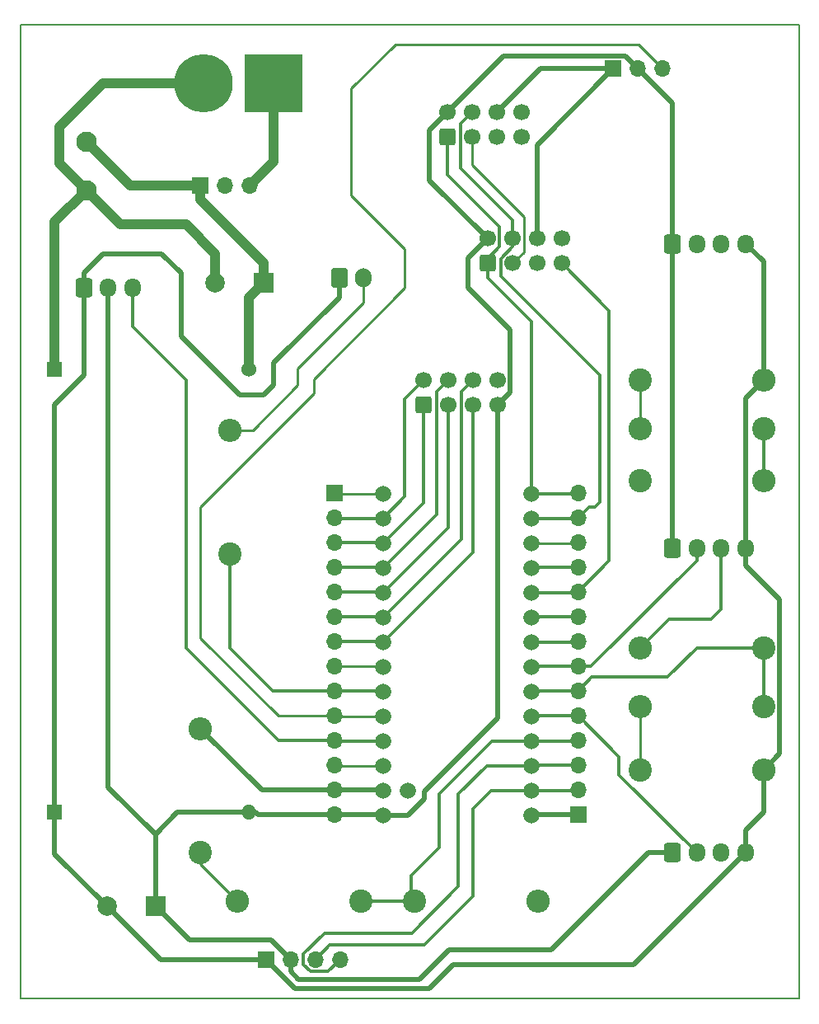
<source format=gbr>
%TF.GenerationSoftware,KiCad,Pcbnew,8.0.1*%
%TF.CreationDate,2024-04-25T00:57:37+03:00*%
%TF.ProjectId,Modul_LCD,4d6f6475-6c5f-44c4-9344-2e6b69636164,rev?*%
%TF.SameCoordinates,Original*%
%TF.FileFunction,Copper,L1,Top*%
%TF.FilePolarity,Positive*%
%FSLAX46Y46*%
G04 Gerber Fmt 4.6, Leading zero omitted, Abs format (unit mm)*
G04 Created by KiCad (PCBNEW 8.0.1) date 2024-04-25 00:57:37*
%MOMM*%
%LPD*%
G01*
G04 APERTURE LIST*
G04 Aperture macros list*
%AMRoundRect*
0 Rectangle with rounded corners*
0 $1 Rounding radius*
0 $2 $3 $4 $5 $6 $7 $8 $9 X,Y pos of 4 corners*
0 Add a 4 corners polygon primitive as box body*
4,1,4,$2,$3,$4,$5,$6,$7,$8,$9,$2,$3,0*
0 Add four circle primitives for the rounded corners*
1,1,$1+$1,$2,$3*
1,1,$1+$1,$4,$5*
1,1,$1+$1,$6,$7*
1,1,$1+$1,$8,$9*
0 Add four rect primitives between the rounded corners*
20,1,$1+$1,$2,$3,$4,$5,0*
20,1,$1+$1,$4,$5,$6,$7,0*
20,1,$1+$1,$6,$7,$8,$9,0*
20,1,$1+$1,$8,$9,$2,$3,0*%
G04 Aperture macros list end*
%TA.AperFunction,Conductor*%
%ADD10C,0.200000*%
%TD*%
%TA.AperFunction,ComponentPad*%
%ADD11RoundRect,0.250000X0.600000X-0.600000X0.600000X0.600000X-0.600000X0.600000X-0.600000X-0.600000X0*%
%TD*%
%TA.AperFunction,ComponentPad*%
%ADD12C,1.700000*%
%TD*%
%TA.AperFunction,ComponentPad*%
%ADD13C,2.400000*%
%TD*%
%TA.AperFunction,ComponentPad*%
%ADD14O,2.400000X2.400000*%
%TD*%
%TA.AperFunction,ComponentPad*%
%ADD15R,1.700000X1.700000*%
%TD*%
%TA.AperFunction,ComponentPad*%
%ADD16O,1.700000X1.700000*%
%TD*%
%TA.AperFunction,ComponentPad*%
%ADD17C,6.000000*%
%TD*%
%TA.AperFunction,ComponentPad*%
%ADD18R,6.000000X6.000000*%
%TD*%
%TA.AperFunction,ComponentPad*%
%ADD19C,2.100000*%
%TD*%
%TA.AperFunction,ComponentPad*%
%ADD20RoundRect,0.250000X-0.600000X-0.725000X0.600000X-0.725000X0.600000X0.725000X-0.600000X0.725000X0*%
%TD*%
%TA.AperFunction,ComponentPad*%
%ADD21O,1.700000X1.950000*%
%TD*%
%TA.AperFunction,ComponentPad*%
%ADD22R,2.000000X2.000000*%
%TD*%
%TA.AperFunction,ComponentPad*%
%ADD23C,2.000000*%
%TD*%
%TA.AperFunction,ComponentPad*%
%ADD24C,1.665000*%
%TD*%
%TA.AperFunction,ComponentPad*%
%ADD25RoundRect,0.250000X-0.600000X-0.750000X0.600000X-0.750000X0.600000X0.750000X-0.600000X0.750000X0*%
%TD*%
%TA.AperFunction,ComponentPad*%
%ADD26O,1.700000X2.000000*%
%TD*%
%TA.AperFunction,ComponentPad*%
%ADD27R,1.524000X1.524000*%
%TD*%
%TA.AperFunction,ComponentPad*%
%ADD28O,1.524000X1.524000*%
%TD*%
%TA.AperFunction,ComponentPad*%
%ADD29C,1.524000*%
%TD*%
%TA.AperFunction,Conductor*%
%ADD30C,0.300000*%
%TD*%
%TA.AperFunction,Conductor*%
%ADD31C,0.250000*%
%TD*%
%TA.AperFunction,Conductor*%
%ADD32C,1.000000*%
%TD*%
%TA.AperFunction,Conductor*%
%ADD33C,0.500000*%
%TD*%
G04 APERTURE END LIST*
%TO.N,GND*%
D10*
X20000000Y-20000000D02*
X100000000Y-20000000D01*
X100000000Y-120000000D01*
X20000000Y-120000000D01*
X20000000Y-20000000D01*
%TD*%
D11*
%TO.P,J10,1,Pin_1*%
%TO.N,LEFT*%
X61420000Y-59040000D03*
D12*
%TO.P,J10,2,Pin_2*%
%TO.N,RIGHT*%
X61420000Y-56500000D03*
%TO.P,J10,3,Pin_3*%
%TO.N,INCREMENT*%
X63960000Y-59040000D03*
%TO.P,J10,4,Pin_4*%
%TO.N,DECREMENT*%
X63960000Y-56500000D03*
%TO.P,J10,5,Pin_5*%
%TO.N,SCL*%
X66500000Y-59040000D03*
%TO.P,J10,6,Pin_6*%
%TO.N,SDA*%
X66500000Y-56500000D03*
%TO.P,J10,7,Pin_7*%
%TO.N,+5V*%
X69040000Y-59040000D03*
%TO.P,J10,8,Pin_8*%
%TO.N,GND*%
X69040000Y-56500000D03*
%TD*%
D13*
%TO.P,R6,1*%
%TO.N,ECHO2*%
X96350000Y-84000000D03*
D14*
%TO.P,R6,2*%
X83650000Y-84000000D03*
%TD*%
D15*
%TO.P,J15,1,Pin_1*%
%TO.N,GND*%
X77300000Y-101120000D03*
D16*
%TO.P,J15,2,Pin_2*%
%TO.N,RX*%
X77300000Y-98580000D03*
%TO.P,J15,3,Pin_3*%
%TO.N,TX*%
X77300000Y-96040000D03*
%TO.P,J15,4,Pin_4*%
%TO.N,ECHO1*%
X77300000Y-93500000D03*
%TO.P,J15,5,Pin_5*%
%TO.N,TRIG1*%
X77300000Y-90960000D03*
%TO.P,J15,6,Pin_6*%
%TO.N,ECHO2*%
X77300000Y-88420000D03*
%TO.P,J15,7,Pin_7*%
%TO.N,TRIG2*%
X77300000Y-85880000D03*
%TO.P,J15,8,Pin_8*%
%TO.N,ECHO3*%
X77300000Y-83340000D03*
%TO.P,J15,9,Pin_9*%
%TO.N,TRIG3*%
X77300000Y-80800000D03*
%TO.P,J15,10,Pin_10*%
%TO.N,SPI_SS1*%
X77300000Y-78260000D03*
%TO.P,J15,11,Pin_11*%
%TO.N,SPI_SS2*%
X77300000Y-75720000D03*
%TO.P,J15,12,Pin_12*%
%TO.N,Net-(IC1-10)*%
X77300000Y-73180000D03*
%TO.P,J15,13,Pin_13*%
%TO.N,SPI_MOSI*%
X77300000Y-70640000D03*
%TO.P,J15,14,Pin_14*%
%TO.N,SPI_MISO*%
X77300000Y-68100000D03*
%TD*%
D15*
%TO.P,J16,1,Pin_1*%
%TO.N,SPI_SCK*%
X52300000Y-68120000D03*
D16*
%TO.P,J16,2,Pin_2*%
%TO.N,RIGHT*%
X52300000Y-70660000D03*
%TO.P,J16,3,Pin_3*%
%TO.N,LEFT*%
X52300000Y-73200000D03*
%TO.P,J16,4,Pin_4*%
%TO.N,DECREMENT*%
X52300000Y-75740000D03*
%TO.P,J16,5,Pin_5*%
%TO.N,INCREMENT*%
X52300000Y-78280000D03*
%TO.P,J16,6,Pin_6*%
%TO.N,SDA*%
X52300000Y-80820000D03*
%TO.P,J16,7,Pin_7*%
%TO.N,SCL*%
X52300000Y-83360000D03*
%TO.P,J16,8,Pin_8*%
%TO.N,Net-(IC1-20)*%
X52300000Y-85900000D03*
%TO.P,J16,9,Pin_9*%
%TO.N,LED*%
X52300000Y-88440000D03*
%TO.P,J16,10,Pin_10*%
%TO.N,SIG_SERVO*%
X52300000Y-90980000D03*
%TO.P,J16,11,Pin_11*%
%TO.N,SIG_ESC*%
X52300000Y-93520000D03*
%TO.P,J16,12,Pin_12*%
%TO.N,Net-(IC1-3.3V(250_MA_MAX))*%
X52300000Y-96060000D03*
%TO.P,J16,13,Pin_13*%
%TO.N,GND*%
X52300000Y-98600000D03*
%TO.P,J16,14,Pin_14*%
%TO.N,+5V*%
X52300000Y-101140000D03*
%TD*%
D13*
%TO.P,R9,1*%
%TO.N,ECHO3*%
X83650000Y-66800000D03*
D14*
%TO.P,R9,2*%
X96350000Y-66800000D03*
%TD*%
D17*
%TO.P,J14,N,NEG*%
%TO.N,-BAT*%
X38800000Y-26000000D03*
D18*
%TO.P,J14,P,POS*%
%TO.N,+BAT*%
X46000000Y-26000000D03*
%TD*%
D11*
%TO.P,J2,1,Pin_1*%
%TO.N,SPI_MISO*%
X63880000Y-31500000D03*
D12*
%TO.P,J2,2,Pin_2*%
%TO.N,+5V*%
X63880000Y-28960000D03*
%TO.P,J2,3,Pin_3*%
%TO.N,SPI_SCK*%
X66420000Y-31500000D03*
%TO.P,J2,4,Pin_4*%
%TO.N,SPI_MOSI*%
X66420000Y-28960000D03*
%TO.P,J2,5,Pin_5*%
%TO.N,unconnected-(J2-Pin_5-Pad5)*%
X68960000Y-31500000D03*
%TO.P,J2,6,Pin_6*%
%TO.N,GND*%
X68960000Y-28960000D03*
%TO.P,J2,7,Pin_7*%
%TO.N,SPI_SS2*%
X71500000Y-31500000D03*
%TO.P,J2,8,Pin_8*%
%TO.N,unconnected-(J2-Pin_8-Pad8)*%
X71500000Y-28960000D03*
%TD*%
D19*
%TO.P,J12,1,1*%
%TO.N,+BAT*%
X26750000Y-32000000D03*
%TO.P,J12,2,2*%
%TO.N,-BAT*%
X26750000Y-37000000D03*
%TD*%
D20*
%TO.P,J6,1,Pin_1*%
%TO.N,+5V*%
X87000000Y-42475000D03*
D21*
%TO.P,J6,2,Pin_2*%
%TO.N,TRIG3*%
X89500000Y-42475000D03*
%TO.P,J6,3,Pin_3*%
%TO.N,ECHO3*%
X92000000Y-42475000D03*
%TO.P,J6,4,Pin_4*%
%TO.N,GND*%
X94500000Y-42475000D03*
%TD*%
D22*
%TO.P,C1,1*%
%TO.N,+BAT*%
X45000000Y-46500000D03*
D23*
%TO.P,C1,2*%
%TO.N,-BAT*%
X40000000Y-46500000D03*
%TD*%
D24*
%TO.P,IC1,1,GND_1*%
%TO.N,GND*%
X72500000Y-101160000D03*
%TO.P,IC1,2,0*%
%TO.N,RX*%
X72500000Y-98620000D03*
%TO.P,IC1,3,1*%
%TO.N,TX*%
X72500000Y-96080000D03*
%TO.P,IC1,4,2*%
%TO.N,ECHO1*%
X72500000Y-93540000D03*
%TO.P,IC1,5,3*%
%TO.N,TRIG1*%
X72500000Y-91000000D03*
%TO.P,IC1,6,4*%
%TO.N,ECHO2*%
X72500000Y-88460000D03*
%TO.P,IC1,7,5*%
%TO.N,TRIG2*%
X72500000Y-85920000D03*
%TO.P,IC1,8,6*%
%TO.N,ECHO3*%
X72500000Y-83380000D03*
%TO.P,IC1,9,7*%
%TO.N,TRIG3*%
X72500000Y-80840000D03*
%TO.P,IC1,10,8*%
%TO.N,SPI_SS1*%
X72500000Y-78300000D03*
%TO.P,IC1,11,9*%
%TO.N,SPI_SS2*%
X72500000Y-75760000D03*
%TO.P,IC1,12,10*%
%TO.N,Net-(IC1-10)*%
X72500000Y-73220000D03*
%TO.P,IC1,13,11*%
%TO.N,SPI_MOSI*%
X72500000Y-70680000D03*
%TO.P,IC1,14,12*%
%TO.N,SPI_MISO*%
X72500000Y-68140000D03*
%TO.P,IC1,20,13*%
%TO.N,SPI_SCK*%
X57260000Y-68140000D03*
%TO.P,IC1,21,14*%
%TO.N,RIGHT*%
X57260000Y-70680000D03*
%TO.P,IC1,22,15*%
%TO.N,LEFT*%
X57260000Y-73220000D03*
%TO.P,IC1,23,16*%
%TO.N,DECREMENT*%
X57260000Y-75760000D03*
%TO.P,IC1,24,17*%
%TO.N,INCREMENT*%
X57260000Y-78300000D03*
%TO.P,IC1,25,18*%
%TO.N,SDA*%
X57260000Y-80840000D03*
%TO.P,IC1,26,19*%
%TO.N,SCL*%
X57260000Y-83380000D03*
%TO.P,IC1,27,20*%
%TO.N,Net-(IC1-20)*%
X57260000Y-85920000D03*
%TO.P,IC1,28,21*%
%TO.N,LED*%
X57260000Y-88460000D03*
%TO.P,IC1,29,22*%
%TO.N,SIG_SERVO*%
X57260000Y-91000000D03*
%TO.P,IC1,30,23*%
%TO.N,SIG_ESC*%
X57260000Y-93540000D03*
%TO.P,IC1,31,3.3V(250_MA_MAX)*%
%TO.N,Net-(IC1-3.3V(250_MA_MAX))*%
X57260000Y-96080000D03*
%TO.P,IC1,32,GND_3*%
%TO.N,GND*%
X57260000Y-98620000D03*
%TO.P,IC1,33,VIN_(3.6_TO_5.5_VOLTS)*%
%TO.N,+5V*%
X57260000Y-101160000D03*
%TO.P,IC1,34,GND_4*%
%TO.N,unconnected-(IC1-GND_4-Pad34)*%
X59800000Y-98620000D03*
%TD*%
D15*
%TO.P,J13,1,Pin_1*%
%TO.N,+BAT*%
X38460000Y-36500000D03*
D16*
%TO.P,J13,2,Pin_2*%
%TO.N,unconnected-(J13-Pin_2-Pad2)*%
X41000000Y-36500000D03*
%TO.P,J13,3,Pin_3*%
%TO.N,+BAT*%
X43540000Y-36500000D03*
%TD*%
D13*
%TO.P,R8,1*%
%TO.N,ECHO3*%
X96350000Y-61500000D03*
D14*
%TO.P,R8,2*%
%TO.N,Net-(R7-Pad1)*%
X83650000Y-61500000D03*
%TD*%
D13*
%TO.P,R5,1*%
%TO.N,ECHO2*%
X96350000Y-90000000D03*
D14*
%TO.P,R5,2*%
%TO.N,Net-(R4-Pad1)*%
X83650000Y-90000000D03*
%TD*%
D25*
%TO.P,D1,1,K*%
%TO.N,GND*%
X52750000Y-45975000D03*
D26*
%TO.P,D1,2,A*%
%TO.N,Net-(D1-A)*%
X55250000Y-45975000D03*
%TD*%
D20*
%TO.P,J4,1,Pin_1*%
%TO.N,+5V*%
X87000000Y-105000000D03*
D21*
%TO.P,J4,2,Pin_2*%
%TO.N,TRIG1*%
X89500000Y-105000000D03*
%TO.P,J4,3,Pin_3*%
%TO.N,ECHO1*%
X92000000Y-105000000D03*
%TO.P,J4,4,Pin_4*%
%TO.N,GND*%
X94500000Y-105000000D03*
%TD*%
D13*
%TO.P,R7,1*%
%TO.N,Net-(R7-Pad1)*%
X83650000Y-56500000D03*
D14*
%TO.P,R7,2*%
%TO.N,GND*%
X96350000Y-56500000D03*
%TD*%
D27*
%TO.P,U1,4,OUT-*%
%TO.N,GND*%
X23500000Y-100881000D03*
D28*
%TO.P,U1,3,OUT+*%
%TO.N,+5V*%
X43500000Y-100881000D03*
D27*
%TO.P,U1,2,IN-*%
%TO.N,-BAT*%
X23500000Y-55381000D03*
D29*
%TO.P,U1,1,IN+*%
%TO.N,+BAT*%
X43500000Y-55381000D03*
%TD*%
D13*
%TO.P,R2,1*%
%TO.N,ECHO1*%
X55000000Y-110000000D03*
D14*
%TO.P,R2,2*%
%TO.N,Net-(R1-Pad1)*%
X42300000Y-110000000D03*
%TD*%
D13*
%TO.P,R1,1*%
%TO.N,Net-(R1-Pad1)*%
X38500000Y-105000000D03*
D14*
%TO.P,R1,2*%
%TO.N,GND*%
X38500000Y-92300000D03*
%TD*%
D15*
%TO.P,J9,1,Pin_1*%
%TO.N,GND*%
X45200000Y-116000000D03*
D16*
%TO.P,J9,2,Pin_2*%
%TO.N,+5V*%
X47740000Y-116000000D03*
%TO.P,J9,3,Pin_3*%
%TO.N,RX*%
X50280000Y-116000000D03*
%TO.P,J9,4,Pin_4*%
%TO.N,TX*%
X52820000Y-116000000D03*
%TD*%
D14*
%TO.P,R3,2*%
%TO.N,ECHO1*%
X73200000Y-110000000D03*
D13*
%TO.P,R3,1*%
X60500000Y-110000000D03*
%TD*%
D20*
%TO.P,J5,1,Pin_1*%
%TO.N,+5V*%
X87000000Y-73737500D03*
D21*
%TO.P,J5,2,Pin_2*%
%TO.N,TRIG2*%
X89500000Y-73737500D03*
%TO.P,J5,3,Pin_3*%
%TO.N,ECHO2*%
X92000000Y-73737500D03*
%TO.P,J5,4,Pin_4*%
%TO.N,GND*%
X94500000Y-73737500D03*
%TD*%
D22*
%TO.P,C2,1*%
%TO.N,+5V*%
X33867677Y-110500000D03*
D23*
%TO.P,C2,2*%
%TO.N,GND*%
X28867677Y-110500000D03*
%TD*%
D15*
%TO.P,J7,1,Pin_1*%
%TO.N,GND*%
X80920000Y-24500000D03*
D16*
%TO.P,J7,2,Pin_2*%
%TO.N,+5V*%
X83460000Y-24500000D03*
%TO.P,J7,3,Pin_3*%
%TO.N,SIG_SERVO*%
X86000000Y-24500000D03*
%TD*%
D20*
%TO.P,J8,1,Pin_1*%
%TO.N,GND*%
X26500000Y-46975000D03*
D21*
%TO.P,J8,2,Pin_2*%
%TO.N,+5V*%
X29000000Y-46975000D03*
%TO.P,J8,3,Pin_3*%
%TO.N,SIG_ESC*%
X31500000Y-46975000D03*
%TD*%
D11*
%TO.P,J1,1,Pin_1*%
%TO.N,SPI_MISO*%
X68000000Y-44500000D03*
D12*
%TO.P,J1,2,Pin_2*%
%TO.N,+5V*%
X68000000Y-41960000D03*
%TO.P,J1,3,Pin_3*%
%TO.N,SPI_SCK*%
X70540000Y-44500000D03*
%TO.P,J1,4,Pin_4*%
%TO.N,SPI_MOSI*%
X70540000Y-41960000D03*
%TO.P,J1,5,Pin_5*%
%TO.N,unconnected-(J1-Pin_5-Pad5)*%
X73080000Y-44500000D03*
%TO.P,J1,6,Pin_6*%
%TO.N,GND*%
X73080000Y-41960000D03*
%TO.P,J1,7,Pin_7*%
%TO.N,SPI_SS1*%
X75620000Y-44500000D03*
%TO.P,J1,8,Pin_8*%
%TO.N,unconnected-(J1-Pin_8-Pad8)*%
X75620000Y-41960000D03*
%TD*%
D13*
%TO.P,R10,1*%
%TO.N,LED*%
X41500000Y-74350000D03*
D14*
%TO.P,R10,2*%
%TO.N,Net-(D1-A)*%
X41500000Y-61650000D03*
%TD*%
D13*
%TO.P,R4,1*%
%TO.N,Net-(R4-Pad1)*%
X83650000Y-96500000D03*
D14*
%TO.P,R4,2*%
%TO.N,GND*%
X96350000Y-96500000D03*
%TD*%
D30*
%TO.N,TRIG1*%
X81500000Y-95160000D02*
X77300000Y-90960000D01*
X89500000Y-105000000D02*
X81500000Y-97000000D01*
X81500000Y-97000000D02*
X81500000Y-95160000D01*
D31*
%TO.N,SIG_SERVO*%
X46480000Y-90980000D02*
X52300000Y-90980000D01*
X38500000Y-83000000D02*
X46480000Y-90980000D01*
X38500000Y-69500000D02*
X38500000Y-83000000D01*
X50125000Y-57875000D02*
X38500000Y-69500000D01*
X50125000Y-56375000D02*
X50125000Y-57875000D01*
X54000000Y-37500000D02*
X59500000Y-43000000D01*
X59500000Y-47000000D02*
X50125000Y-56375000D01*
X59500000Y-43000000D02*
X59500000Y-47000000D01*
X54000000Y-26500000D02*
X54000000Y-37500000D01*
X58500000Y-22000000D02*
X54000000Y-26500000D01*
X83500000Y-22000000D02*
X58500000Y-22000000D01*
X86000000Y-24500000D02*
X83500000Y-22000000D01*
D30*
%TO.N,SPI_MISO*%
X63880000Y-35380000D02*
X63880000Y-31500000D01*
X69200000Y-40700000D02*
X63880000Y-35380000D01*
X69200000Y-42800000D02*
X69200000Y-40700000D01*
X68000000Y-44000000D02*
X69200000Y-42800000D01*
X68000000Y-44500000D02*
X68000000Y-44000000D01*
%TO.N,ECHO1*%
X60150000Y-107350000D02*
X63000000Y-104500000D01*
X63000000Y-99000000D02*
X68460000Y-93540000D01*
X63000000Y-104500000D02*
X63000000Y-99000000D01*
X68460000Y-93540000D02*
X72500000Y-93540000D01*
X60150000Y-110000000D02*
X60150000Y-107350000D01*
X55000000Y-110000000D02*
X60150000Y-110000000D01*
D32*
%TO.N,+BAT*%
X45000000Y-44500000D02*
X45000000Y-46500000D01*
X38460000Y-37960000D02*
X45000000Y-44500000D01*
X38460000Y-36500000D02*
X38460000Y-37960000D01*
X46000000Y-34040000D02*
X46000000Y-26000000D01*
X43540000Y-36500000D02*
X46000000Y-34040000D01*
X38460000Y-36500000D02*
X31250000Y-36500000D01*
X31250000Y-36500000D02*
X26750000Y-32000000D01*
%TO.N,-BAT*%
X37000000Y-40500000D02*
X35000000Y-40500000D01*
X40000000Y-46500000D02*
X40000000Y-43500000D01*
X28500000Y-26000000D02*
X24000000Y-30500000D01*
X38800000Y-26000000D02*
X28500000Y-26000000D01*
X35000000Y-40500000D02*
X30250000Y-40500000D01*
X24000000Y-30500000D02*
X24000000Y-34250000D01*
X26750000Y-37000000D02*
X23500000Y-40250000D01*
X24000000Y-34250000D02*
X26750000Y-37000000D01*
X40000000Y-43500000D02*
X37000000Y-40500000D01*
X30250000Y-40500000D02*
X26750000Y-37000000D01*
X23500000Y-40250000D02*
X23500000Y-55381000D01*
%TO.N,+BAT*%
X43500000Y-55381000D02*
X43500000Y-48000000D01*
X43500000Y-48000000D02*
X45000000Y-46500000D01*
D33*
%TO.N,+5V*%
X57240000Y-101140000D02*
X57260000Y-101160000D01*
X82160000Y-23200000D02*
X69640000Y-23200000D01*
X36119000Y-100881000D02*
X43500000Y-100881000D01*
X70340000Y-51340000D02*
X66000000Y-47000000D01*
X83460000Y-24500000D02*
X82160000Y-23200000D01*
X43500000Y-100881000D02*
X44119000Y-100881000D01*
X84500000Y-105000000D02*
X87000000Y-105000000D01*
X29000000Y-98264646D02*
X33867677Y-103132323D01*
X44119000Y-100881000D02*
X44378000Y-101140000D01*
X61500000Y-98733729D02*
X61500000Y-99500000D01*
X69040000Y-91193729D02*
X61500000Y-98733729D01*
X87500000Y-43000000D02*
X87000000Y-42500000D01*
X62000000Y-30840000D02*
X63880000Y-28960000D01*
X87000000Y-28040000D02*
X83460000Y-24500000D01*
X87000000Y-42475000D02*
X87000000Y-28040000D01*
X87000000Y-42475000D02*
X87000000Y-73737500D01*
X69040000Y-59040000D02*
X70340000Y-57740000D01*
X47740000Y-117202081D02*
X48537919Y-118000000D01*
X64000000Y-115000000D02*
X74500000Y-115000000D01*
X52300000Y-101140000D02*
X57240000Y-101140000D01*
X69640000Y-23200000D02*
X63880000Y-28960000D01*
X70340000Y-57740000D02*
X70340000Y-51340000D01*
X61000000Y-118000000D02*
X64000000Y-115000000D01*
X33867677Y-103132323D02*
X36119000Y-100881000D01*
X29000000Y-46975000D02*
X29000000Y-98264646D01*
X47740000Y-116000000D02*
X47740000Y-117202081D01*
X44378000Y-101140000D02*
X52300000Y-101140000D01*
X37367677Y-114000000D02*
X33867677Y-110500000D01*
X48537919Y-118000000D02*
X61000000Y-118000000D01*
X59840000Y-101160000D02*
X61500000Y-99500000D01*
X33867677Y-110500000D02*
X33867677Y-103132323D01*
X66000000Y-43960000D02*
X68000000Y-41960000D01*
X68000000Y-41960000D02*
X62000000Y-35960000D01*
X45740000Y-114000000D02*
X37367677Y-114000000D01*
X69040000Y-59040000D02*
X69040000Y-91193729D01*
X62000000Y-35960000D02*
X62000000Y-30840000D01*
X57260000Y-101160000D02*
X59840000Y-101160000D01*
X66000000Y-47000000D02*
X66000000Y-43960000D01*
X74500000Y-115000000D02*
X84500000Y-105000000D01*
X47740000Y-116000000D02*
X45740000Y-114000000D01*
%TO.N,GND*%
X45000000Y-58000000D02*
X42500000Y-58000000D01*
X94500000Y-75500000D02*
X98000000Y-79000000D01*
X52300000Y-98600000D02*
X57240000Y-98600000D01*
X57240000Y-98600000D02*
X57260000Y-98620000D01*
X98000000Y-94850000D02*
X96350000Y-96500000D01*
X52750000Y-47986449D02*
X46000000Y-54736449D01*
X73080000Y-41960000D02*
X73080000Y-32340000D01*
X64500000Y-116500000D02*
X83000000Y-116500000D01*
X94500000Y-58350000D02*
X96350000Y-56500000D01*
X42500000Y-58000000D02*
X36500000Y-52000000D01*
X96350000Y-56500000D02*
X96350000Y-44325000D01*
X94500000Y-73737500D02*
X94500000Y-75500000D01*
X52750000Y-45975000D02*
X52750000Y-47986449D01*
X23500000Y-59000000D02*
X23500000Y-100881000D01*
X26500000Y-46975000D02*
X26500000Y-56000000D01*
X45200000Y-116000000D02*
X48200000Y-119000000D01*
X34500000Y-43500000D02*
X28500000Y-43500000D01*
X80920000Y-24500000D02*
X73420000Y-24500000D01*
X23500000Y-105132323D02*
X23500000Y-100881000D01*
X77300000Y-101120000D02*
X72540000Y-101120000D01*
X34367677Y-116000000D02*
X28867677Y-110500000D01*
X46000000Y-54736449D02*
X46000000Y-57000000D01*
X52300000Y-98600000D02*
X44800000Y-98600000D01*
X46000000Y-57000000D02*
X45000000Y-58000000D01*
X62000000Y-119000000D02*
X64500000Y-116500000D01*
X26500000Y-56000000D02*
X23500000Y-59000000D01*
X98000000Y-79000000D02*
X98000000Y-94850000D01*
X94500000Y-73737500D02*
X94500000Y-58350000D01*
X36500000Y-45500000D02*
X34500000Y-43500000D01*
X94500000Y-105000000D02*
X94500000Y-102725000D01*
X28867677Y-110500000D02*
X23500000Y-105132323D01*
X72540000Y-101120000D02*
X72500000Y-101160000D01*
X96350000Y-96500000D02*
X96350000Y-100875000D01*
X73080000Y-32340000D02*
X80920000Y-24500000D01*
X83000000Y-116500000D02*
X94500000Y-105000000D01*
X73420000Y-24500000D02*
X68960000Y-28960000D01*
X28500000Y-43500000D02*
X26500000Y-45500000D01*
X36500000Y-52000000D02*
X36500000Y-45500000D01*
X26500000Y-45500000D02*
X26500000Y-46975000D01*
X45200000Y-116000000D02*
X34367677Y-116000000D01*
X48200000Y-119000000D02*
X62000000Y-119000000D01*
X44800000Y-98600000D02*
X38500000Y-92300000D01*
X94500000Y-102725000D02*
X96350000Y-100875000D01*
X96350000Y-44325000D02*
X94500000Y-42475000D01*
D31*
%TO.N,Net-(D1-A)*%
X43850000Y-61650000D02*
X48500000Y-57000000D01*
X55250000Y-48563173D02*
X48500000Y-55313173D01*
X41500000Y-61650000D02*
X43850000Y-61650000D01*
X55250000Y-45975000D02*
X55250000Y-48563173D01*
X48500000Y-55313173D02*
X48500000Y-57000000D01*
D30*
%TO.N,SPI_MOSI*%
X65220000Y-34720000D02*
X65220000Y-30160000D01*
X70540000Y-42802943D02*
X69340000Y-44002943D01*
X70540000Y-41960000D02*
X70540000Y-40040000D01*
X69340000Y-44002943D02*
X69340000Y-45840000D01*
X79500000Y-56000000D02*
X79500000Y-69000000D01*
X79000000Y-69500000D02*
X78440000Y-69500000D01*
X70540000Y-40040000D02*
X65220000Y-34720000D01*
X72500000Y-70680000D02*
X77260000Y-70680000D01*
X69340000Y-45840000D02*
X79500000Y-56000000D01*
X79500000Y-69000000D02*
X79000000Y-69500000D01*
X70540000Y-41960000D02*
X70540000Y-42802943D01*
X78440000Y-69500000D02*
X77300000Y-70640000D01*
X65220000Y-30160000D02*
X66420000Y-28960000D01*
X77260000Y-70680000D02*
X77300000Y-70640000D01*
%TO.N,SPI_MISO*%
X72500000Y-50500000D02*
X68000000Y-46000000D01*
X68000000Y-46000000D02*
X68000000Y-44500000D01*
X72500000Y-68140000D02*
X77260000Y-68140000D01*
X77260000Y-68140000D02*
X77300000Y-68100000D01*
X72500000Y-50500000D02*
X72500000Y-68140000D01*
%TO.N,TX*%
X67920000Y-96080000D02*
X72500000Y-96080000D01*
X60250000Y-113250000D02*
X65000000Y-108500000D01*
X49080000Y-115420000D02*
X51250000Y-113250000D01*
X49782943Y-117200000D02*
X49080000Y-116497057D01*
X49080000Y-116497057D02*
X49080000Y-115420000D01*
X51620000Y-117200000D02*
X49782943Y-117200000D01*
X52820000Y-116000000D02*
X51620000Y-117200000D01*
X72540000Y-96040000D02*
X72500000Y-96080000D01*
X65000000Y-99000000D02*
X67920000Y-96080000D01*
X77300000Y-96040000D02*
X72540000Y-96040000D01*
X51250000Y-113250000D02*
X60250000Y-113250000D01*
X65000000Y-108500000D02*
X65000000Y-99000000D01*
D31*
%TO.N,SIG_SERVO*%
X52320000Y-91000000D02*
X52300000Y-90980000D01*
X57260000Y-91000000D02*
X52320000Y-91000000D01*
D30*
%TO.N,LEFT*%
X61420000Y-69060000D02*
X57260000Y-73220000D01*
X52300000Y-73200000D02*
X57240000Y-73200000D01*
X61420000Y-59040000D02*
X61420000Y-68060000D01*
X61420000Y-68060000D02*
X61420000Y-69060000D01*
X57240000Y-73200000D02*
X57260000Y-73220000D01*
D31*
%TO.N,SPI_SCK*%
X70540000Y-44500000D02*
X71715000Y-43325000D01*
X71715000Y-39715000D02*
X66420000Y-34420000D01*
X52320000Y-68140000D02*
X52300000Y-68120000D01*
X71715000Y-43325000D02*
X71715000Y-39715000D01*
X57260000Y-68140000D02*
X52320000Y-68140000D01*
X66420000Y-34420000D02*
X66420000Y-31500000D01*
D30*
%TO.N,TRIG3*%
X72540000Y-80800000D02*
X72500000Y-80840000D01*
X77300000Y-80800000D02*
X72540000Y-80800000D01*
%TO.N,RX*%
X61500000Y-114500000D02*
X66500000Y-109500000D01*
X50280000Y-116000000D02*
X51780000Y-114500000D01*
X66500000Y-100500000D02*
X68380000Y-98620000D01*
X66500000Y-109500000D02*
X66500000Y-100500000D01*
X51780000Y-114500000D02*
X61500000Y-114500000D01*
X68380000Y-98620000D02*
X72500000Y-98620000D01*
X72500000Y-98620000D02*
X77260000Y-98620000D01*
X77260000Y-98620000D02*
X77300000Y-98580000D01*
%TO.N,RIGHT*%
X57260000Y-70680000D02*
X52320000Y-70680000D01*
X59500000Y-67440000D02*
X59500000Y-68440000D01*
X59500000Y-58420000D02*
X59500000Y-67440000D01*
X52320000Y-70680000D02*
X52300000Y-70660000D01*
X61420000Y-56500000D02*
X59500000Y-58420000D01*
X59500000Y-68440000D02*
X57260000Y-70680000D01*
%TO.N,ECHO3*%
X72500000Y-83380000D02*
X77260000Y-83380000D01*
X96350000Y-61500000D02*
X96350000Y-66800000D01*
X77260000Y-83380000D02*
X77300000Y-83340000D01*
%TO.N,TRIG1*%
X77300000Y-90960000D02*
X72540000Y-90960000D01*
X72540000Y-90960000D02*
X72500000Y-91000000D01*
X77960000Y-90960000D02*
X77300000Y-90960000D01*
%TO.N,SPI_SS1*%
X80500000Y-49380000D02*
X80500000Y-75060000D01*
X75620000Y-44500000D02*
X80500000Y-49380000D01*
X80500000Y-75060000D02*
X77300000Y-78260000D01*
X72500000Y-78300000D02*
X77260000Y-78300000D01*
X77260000Y-78300000D02*
X77300000Y-78260000D01*
%TO.N,SIG_ESC*%
X52320000Y-93540000D02*
X52300000Y-93520000D01*
X46520000Y-93520000D02*
X37000000Y-84000000D01*
X57260000Y-93540000D02*
X52320000Y-93540000D01*
X31500000Y-51000000D02*
X31500000Y-46975000D01*
X52300000Y-93520000D02*
X46520000Y-93520000D01*
X37000000Y-56500000D02*
X31500000Y-51000000D01*
X37000000Y-84000000D02*
X37000000Y-56500000D01*
%TO.N,ECHO2*%
X86650000Y-81000000D02*
X91000000Y-81000000D01*
X78720000Y-87000000D02*
X77300000Y-88420000D01*
X89500000Y-84000000D02*
X86500000Y-87000000D01*
X92000000Y-80000000D02*
X92000000Y-73737500D01*
X77300000Y-88420000D02*
X72540000Y-88420000D01*
X91000000Y-81000000D02*
X92000000Y-80000000D01*
X96350000Y-90000000D02*
X96350000Y-84000000D01*
X96350000Y-84000000D02*
X89500000Y-84000000D01*
X72540000Y-88420000D02*
X72500000Y-88460000D01*
X83650000Y-84000000D02*
X86650000Y-81000000D01*
X86500000Y-87000000D02*
X78720000Y-87000000D01*
%TO.N,SDA*%
X65300000Y-57700000D02*
X66500000Y-56500000D01*
X65300000Y-72800000D02*
X65300000Y-57700000D01*
X57260000Y-80840000D02*
X65300000Y-72800000D01*
X57240000Y-80820000D02*
X57260000Y-80840000D01*
X52300000Y-80820000D02*
X57240000Y-80820000D01*
%TO.N,LED*%
X57240000Y-88440000D02*
X57260000Y-88460000D01*
X45940000Y-88440000D02*
X41500000Y-84000000D01*
X41500000Y-84000000D02*
X41500000Y-74350000D01*
X52300000Y-88440000D02*
X45940000Y-88440000D01*
X52300000Y-88440000D02*
X57240000Y-88440000D01*
%TO.N,SCL*%
X57240000Y-83360000D02*
X57260000Y-83380000D01*
X66500000Y-74140000D02*
X57260000Y-83380000D01*
X66500000Y-73000000D02*
X66500000Y-74140000D01*
X52300000Y-83360000D02*
X57240000Y-83360000D01*
X66500000Y-59040000D02*
X66500000Y-73140000D01*
%TO.N,SPI_SS2*%
X77300000Y-75720000D02*
X72540000Y-75720000D01*
X72540000Y-75720000D02*
X72500000Y-75760000D01*
%TO.N,TRIG2*%
X78620000Y-85880000D02*
X89500000Y-75000000D01*
X77300000Y-85880000D02*
X78620000Y-85880000D01*
X89500000Y-75000000D02*
X89500000Y-73737500D01*
X72540000Y-85880000D02*
X72500000Y-85920000D01*
X77300000Y-85880000D02*
X72540000Y-85880000D01*
%TO.N,ECHO1*%
X77260000Y-93540000D02*
X77300000Y-93500000D01*
X72500000Y-93540000D02*
X77260000Y-93540000D01*
%TO.N,DECREMENT*%
X62760000Y-69260000D02*
X62760000Y-70260000D01*
X57240000Y-75740000D02*
X57260000Y-75760000D01*
X52300000Y-75740000D02*
X57240000Y-75740000D01*
X63960000Y-56500000D02*
X62760000Y-57700000D01*
X62760000Y-70260000D02*
X57260000Y-75760000D01*
X62760000Y-57700000D02*
X62760000Y-69260000D01*
%TO.N,INCREMENT*%
X63960000Y-71600000D02*
X57260000Y-78300000D01*
X57240000Y-78280000D02*
X57260000Y-78300000D01*
X63960000Y-70600000D02*
X63960000Y-71600000D01*
X63960000Y-59040000D02*
X63960000Y-70600000D01*
X52300000Y-78280000D02*
X57240000Y-78280000D01*
D31*
%TO.N,Net-(R1-Pad1)*%
X42300000Y-110000000D02*
X38500000Y-106200000D01*
X38500000Y-106200000D02*
X38500000Y-105000000D01*
%TO.N,Net-(R4-Pad1)*%
X83650000Y-96500000D02*
X83650000Y-90000000D01*
%TO.N,Net-(R7-Pad1)*%
X83650000Y-61500000D02*
X83650000Y-56500000D01*
%TO.N,Net-(IC1-20)*%
X52300000Y-85900000D02*
X57240000Y-85900000D01*
X57240000Y-85900000D02*
X57260000Y-85920000D01*
%TO.N,Net-(IC1-3.3V(250_MA_MAX))*%
X52320000Y-96080000D02*
X52300000Y-96060000D01*
X57260000Y-96080000D02*
X52320000Y-96080000D01*
%TO.N,Net-(IC1-10)*%
X77260000Y-73220000D02*
X77300000Y-73180000D01*
X72500000Y-73220000D02*
X77260000Y-73220000D01*
%TD*%
M02*

</source>
